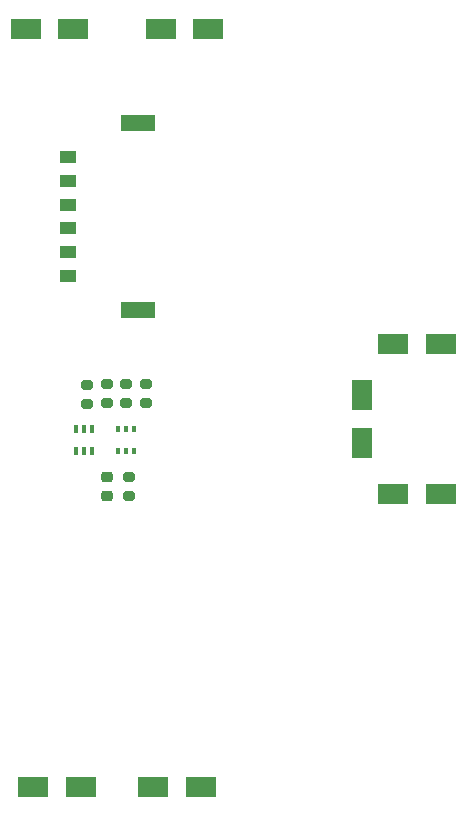
<source format=gtp>
%TF.GenerationSoftware,KiCad,Pcbnew,(6.0.5)*%
%TF.CreationDate,2022-07-09T16:09:43-07:00*%
%TF.ProjectId,solar-panel-side-Z-minus,736f6c61-722d-4706-916e-656c2d736964,rev?*%
%TF.SameCoordinates,Original*%
%TF.FileFunction,Paste,Top*%
%TF.FilePolarity,Positive*%
%FSLAX46Y46*%
G04 Gerber Fmt 4.6, Leading zero omitted, Abs format (unit mm)*
G04 Created by KiCad (PCBNEW (6.0.5)) date 2022-07-09 16:09:43*
%MOMM*%
%LPD*%
G01*
G04 APERTURE LIST*
G04 Aperture macros list*
%AMRoundRect*
0 Rectangle with rounded corners*
0 $1 Rounding radius*
0 $2 $3 $4 $5 $6 $7 $8 $9 X,Y pos of 4 corners*
0 Add a 4 corners polygon primitive as box body*
4,1,4,$2,$3,$4,$5,$6,$7,$8,$9,$2,$3,0*
0 Add four circle primitives for the rounded corners*
1,1,$1+$1,$2,$3*
1,1,$1+$1,$4,$5*
1,1,$1+$1,$6,$7*
1,1,$1+$1,$8,$9*
0 Add four rect primitives between the rounded corners*
20,1,$1+$1,$2,$3,$4,$5,0*
20,1,$1+$1,$4,$5,$6,$7,0*
20,1,$1+$1,$6,$7,$8,$9,0*
20,1,$1+$1,$8,$9,$2,$3,0*%
G04 Aperture macros list end*
%ADD10R,1.450000X1.100000*%
%ADD11R,2.900000X1.350000*%
%ADD12R,2.500000X1.700000*%
%ADD13R,1.700000X2.500000*%
%ADD14RoundRect,0.200000X0.275000X-0.200000X0.275000X0.200000X-0.275000X0.200000X-0.275000X-0.200000X0*%
%ADD15RoundRect,0.200000X-0.275000X0.200000X-0.275000X-0.200000X0.275000X-0.200000X0.275000X0.200000X0*%
%ADD16R,0.400000X0.600000*%
%ADD17RoundRect,0.225000X-0.250000X0.225000X-0.250000X-0.225000X0.250000X-0.225000X0.250000X0.225000X0*%
%ADD18R,0.400000X0.650000*%
G04 APERTURE END LIST*
D10*
X145675000Y-83105000D03*
X145675000Y-81105000D03*
X145675000Y-79105000D03*
X145675000Y-77105000D03*
X145675000Y-75105000D03*
X145675000Y-73105000D03*
D11*
X151650000Y-86000000D03*
X151650000Y-70210000D03*
D12*
X173260000Y-101600000D03*
X177260000Y-101600000D03*
X157575000Y-62230000D03*
X153575000Y-62230000D03*
D13*
X170561000Y-93250000D03*
X170561000Y-97250000D03*
D12*
X142780000Y-126365000D03*
X146780000Y-126365000D03*
X177260000Y-88900000D03*
X173260000Y-88900000D03*
X152940000Y-126365000D03*
X156940000Y-126365000D03*
X146145000Y-62230000D03*
X142145000Y-62230000D03*
D14*
X150876000Y-101790000D03*
X150876000Y-100140000D03*
D15*
X152273000Y-92266000D03*
X152273000Y-93916000D03*
D14*
X147320000Y-93979000D03*
X147320000Y-92329000D03*
D16*
X151272000Y-96078000D03*
X150622000Y-96078000D03*
X149972000Y-96078000D03*
X149972000Y-97978000D03*
X150622000Y-97978000D03*
X151272000Y-97978000D03*
D15*
X148971000Y-92266000D03*
X148971000Y-93916000D03*
X150622000Y-92266000D03*
X150622000Y-93916000D03*
D17*
X148971000Y-100190000D03*
X148971000Y-101740000D03*
D18*
X147716000Y-96078000D03*
X147066000Y-96078000D03*
X146416000Y-96078000D03*
X146416000Y-97978000D03*
X147066000Y-97978000D03*
X147716000Y-97978000D03*
M02*

</source>
